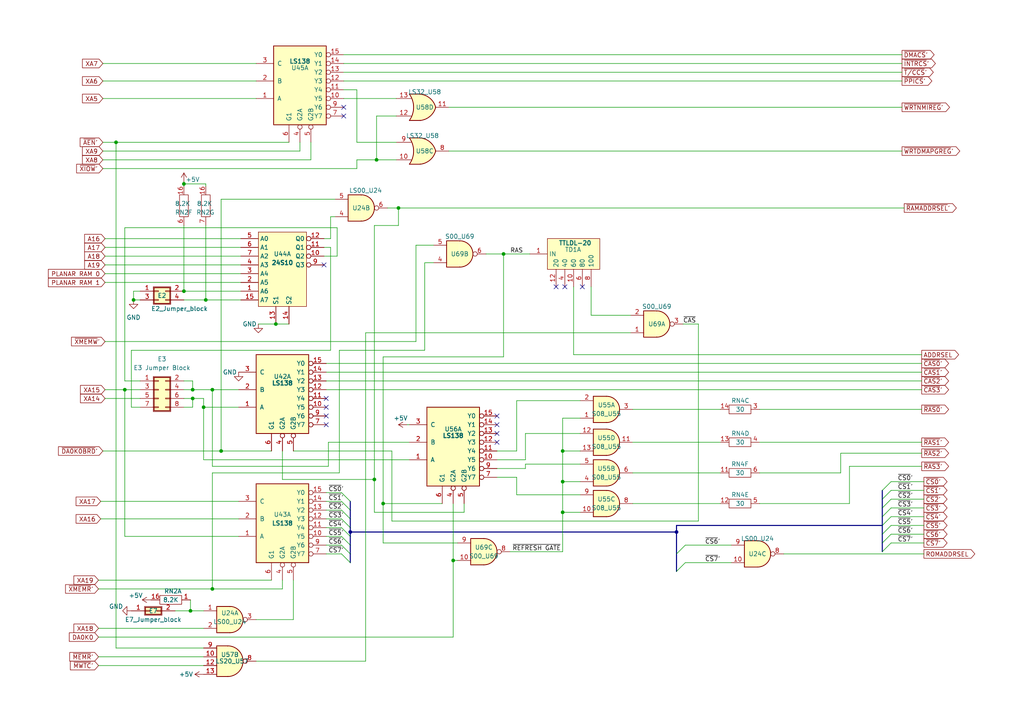
<source format=kicad_sch>
(kicad_sch (version 20230121) (generator eeschema)
  (paper "A4")
  (junction (at 178.435 -29.845))
  (junction (at 196.215 154.305))
  (junction (at 155.575 -57.785))
  (junction (at 113.665 -29.845))
  (junction (at 101.6 154.305))
  (junction (at 55.88 113.03))
  (junction (at 59.69 86.995))
  (junction (at 229.235 -29.845))
  (junction (at 163.195 148.59))
  (junction (at 113.665 -57.785))
  (junction (at 163.195 130.81))
  (junction (at 135.89 -29.845))
  (junction (at 36.195 113.03))
  (junction (at 59.055 118.11))
  (junction (at 155.575 -29.845))
  (junction (at 204.47 -57.785))
  (junction (at 115.57 60.325))
  (junction (at 178.435 -57.785))
  (junction (at 109.22 46.355))
  (junction (at 229.235 -57.785))
  (junction (at 89.535 -29.845))
  (junction (at 146.05 73.66))
  (junction (at 61.595 113.03))
  (junction (at 33.655 41.275))
  (junction (at 38.735 86.995))
  (junction (at 108.585 139.065))
  (junction (at 135.255 -57.785))
  (junction (at 53.34 84.455))
  (junction (at 53.34 53.34))
  (junction (at 204.47 -29.845))
  (junction (at 55.88 115.57))
  (junction (at 131.445 162.56))
  (junction (at 80.01 93.98))
  (junction (at 163.195 139.7))
  (junction (at 89.535 -57.785))
  (junction (at 111.125 146.05))
  (junction (at 61.595 170.815))
  (junction (at 64.135 130.81))
  (junction (at 55.245 177.165))
  (no_connect (at 185.42 -114.3))
  (no_connect (at -47.625 -113.665))
  (no_connect (at 137.795 -144.145))
  (no_connect (at 163.83 83.185))
  (no_connect (at 144.145 120.65))
  (no_connect (at 99.695 33.655))
  (no_connect (at -31.115 -94.615))
  (no_connect (at 94.615 123.19))
  (no_connect (at 94.615 118.11))
  (no_connect (at 99.695 31.115))
  (no_connect (at 144.145 123.19))
  (no_connect (at 94.615 120.65))
  (no_connect (at 185.42 -119.38))
  (no_connect (at 93.98 76.835))
  (no_connect (at 137.795 -155.575))
  (no_connect (at 149.86 -155.575))
  (no_connect (at 94.615 115.57))
  (no_connect (at 144.145 128.27))
  (no_connect (at 200.66 -116.84))
  (no_connect (at 144.145 125.73))
  (no_connect (at 168.91 83.185))
  (no_connect (at 161.29 83.185))
  (no_connect (at 149.86 -144.145))
  (no_connect (at -17.145 -95.25))
  (bus_entry (at 196.215 165.735) (size 2.54 -2.54))
  (bus_entry (at 255.905 154.94) (size 2.54 -2.54))
  (bus_entry (at 196.215 160.655) (size 2.54 -2.54))
  (bus_entry (at 99.06 150.495) (size 2.54 2.54))
  (bus_entry (at 255.905 160.02) (size 2.54 -2.54))
  (bus_entry (at 99.06 155.575) (size 2.54 2.54))
  (bus_entry (at 255.905 142.24) (size 2.54 -2.54))
  (bus_entry (at 99.06 147.955) (size 2.54 2.54))
  (bus_entry (at 255.905 152.4) (size 2.54 -2.54))
  (bus_entry (at 255.905 147.32) (size 2.54 -2.54))
  (bus_entry (at 99.06 160.655) (size 2.54 2.54))
  (bus_entry (at 99.06 153.035) (size 2.54 2.54))
  (bus_entry (at 255.905 144.78) (size 2.54 -2.54))
  (bus_entry (at 99.06 145.415) (size 2.54 2.54))
  (bus_entry (at 255.905 149.86) (size 2.54 -2.54))
  (bus_entry (at 99.06 142.875) (size 2.54 2.54))
  (bus_entry (at 99.06 158.115) (size 2.54 2.54))
  (bus_entry (at 255.905 157.48) (size 2.54 -2.54))
  (bus (pts (xy 101.6 150.495) (xy 101.6 153.035)))
  (wire (pts (xy 55.245 173.99) (xy 55.245 177.165)))
  (wire (pts (xy 198.12 93.98) (xy 202.565 93.98)))
  (wire (pts (xy 55.88 110.49) (xy 55.88 113.03)))
  (wire (pts (xy 30.48 79.375) (xy 69.85 79.375)))
  (wire (pts (xy 29.21 145.415) (xy 69.215 145.415)))
  (wire (pts (xy 113.665 -29.845) (xy 135.89 -29.845)))
  (wire (pts (xy 243.84 137.16) (xy 220.345 137.16)))
  (wire (pts (xy 261.62 23.495) (xy 99.695 23.495)))
  (wire (pts (xy 163.195 130.81) (xy 168.275 130.81)))
  (wire (pts (xy 29.845 46.355) (xy 90.17 46.355)))
  (wire (pts (xy 153.67 73.66) (xy 146.05 73.66)))
  (wire (pts (xy 33.655 187.96) (xy 59.055 187.96)))
  (wire (pts (xy 152.4 134.62) (xy 168.275 134.62)))
  (bus (pts (xy 196.215 152.4) (xy 196.215 154.305)))
  (wire (pts (xy 113.665 -36.195) (xy 113.665 -29.845)))
  (wire (pts (xy 111.125 146.05) (xy 111.125 157.48)))
  (wire (pts (xy 85.09 179.705) (xy 85.09 168.275)))
  (wire (pts (xy 98.425 101.6) (xy 123.19 101.6)))
  (wire (pts (xy 149.86 130.81) (xy 149.86 116.205)))
  (wire (pts (xy 89.535 -29.845) (xy 113.665 -29.845)))
  (bus (pts (xy 101.6 155.575) (xy 101.6 158.115)))
  (wire (pts (xy 120.65 71.12) (xy 125.73 71.12)))
  (wire (pts (xy 146.05 103.505) (xy 111.125 103.505)))
  (wire (pts (xy 53.34 118.11) (xy 55.88 118.11)))
  (wire (pts (xy 59.055 133.35) (xy 59.055 118.11)))
  (wire (pts (xy 38.1 118.11) (xy 40.64 118.11)))
  (wire (pts (xy 103.505 46.355) (xy 109.22 46.355)))
  (wire (pts (xy 111.125 103.505) (xy 111.125 146.05)))
  (wire (pts (xy 108.585 65.405) (xy 115.57 65.405)))
  (wire (pts (xy 220.345 128.27) (xy 267.335 128.27)))
  (wire (pts (xy 74.295 179.705) (xy 85.09 179.705)))
  (wire (pts (xy 120.65 71.12) (xy 120.65 99.06)))
  (wire (pts (xy 108.585 139.065) (xy 108.585 65.405)))
  (wire (pts (xy 152.4 125.73) (xy 168.275 125.73)))
  (wire (pts (xy 198.755 158.115) (xy 212.09 158.115)))
  (wire (pts (xy 30.48 113.03) (xy 36.195 113.03)))
  (wire (pts (xy 103.505 48.895) (xy 103.505 46.355)))
  (wire (pts (xy 267.97 160.655) (xy 227.33 160.655)))
  (wire (pts (xy 40.64 84.455) (xy 38.735 84.455)))
  (wire (pts (xy 93.98 69.215) (xy 95.885 69.215)))
  (wire (pts (xy 30.48 69.215) (xy 69.85 69.215)))
  (wire (pts (xy 59.055 133.35) (xy 118.745 133.35)))
  (wire (pts (xy 30.48 71.755) (xy 69.85 71.755)))
  (bus (pts (xy 196.215 160.655) (xy 196.215 165.735)))
  (wire (pts (xy 28.575 184.785) (xy 131.445 184.785)))
  (wire (pts (xy 166.37 83.185) (xy 166.37 102.87)))
  (wire (pts (xy 29.21 150.495) (xy 69.215 150.495)))
  (wire (pts (xy 28.575 182.245) (xy 59.055 182.245)))
  (wire (pts (xy 202.565 93.98) (xy 202.565 151.13)))
  (wire (pts (xy 99.695 28.575) (xy 114.935 28.575)))
  (wire (pts (xy 114.935 46.355) (xy 109.22 46.355)))
  (wire (pts (xy 64.135 130.81) (xy 78.74 130.81)))
  (wire (pts (xy 258.445 144.78) (xy 267.97 144.78)))
  (wire (pts (xy 94.615 158.115) (xy 99.06 158.115)))
  (wire (pts (xy 29.845 18.415) (xy 74.295 18.415)))
  (wire (pts (xy 144.145 135.89) (xy 152.4 135.89)))
  (wire (pts (xy 108.585 139.065) (xy 108.585 148.59)))
  (wire (pts (xy 61.595 170.815) (xy 61.595 137.16)))
  (wire (pts (xy 50.8 177.165) (xy 55.245 177.165)))
  (wire (pts (xy 53.34 86.995) (xy 59.69 86.995)))
  (wire (pts (xy 183.515 137.16) (xy 208.915 137.16)))
  (wire (pts (xy 55.88 113.03) (xy 61.595 113.03)))
  (wire (pts (xy 90.17 46.355) (xy 90.17 41.275)))
  (wire (pts (xy 261.62 20.955) (xy 99.695 20.955)))
  (wire (pts (xy 135.89 -29.845) (xy 155.575 -29.845)))
  (wire (pts (xy 30.48 74.295) (xy 69.85 74.295)))
  (wire (pts (xy 267.335 105.41) (xy 94.615 105.41)))
  (wire (pts (xy 74.93 93.98) (xy 80.01 93.98)))
  (wire (pts (xy 144.145 133.35) (xy 152.4 133.35)))
  (wire (pts (xy 111.125 146.05) (xy 128.27 146.05)))
  (wire (pts (xy 64.135 57.785) (xy 64.135 130.81)))
  (wire (pts (xy 258.445 157.48) (xy 267.97 157.48)))
  (wire (pts (xy 69.215 155.575) (xy 36.195 155.575)))
  (wire (pts (xy 29.845 43.815) (xy 86.995 43.815)))
  (wire (pts (xy 163.195 148.59) (xy 168.275 148.59)))
  (wire (pts (xy 115.57 60.325) (xy 112.395 60.325)))
  (wire (pts (xy 204.47 -57.785) (xy 229.235 -57.785)))
  (wire (pts (xy 59.055 118.11) (xy 69.215 118.11)))
  (wire (pts (xy 243.84 131.445) (xy 243.84 137.16)))
  (wire (pts (xy 61.595 170.815) (xy 28.575 170.815)))
  (wire (pts (xy 80.01 93.98) (xy 83.82 93.98)))
  (wire (pts (xy 123.19 76.2) (xy 125.73 76.2)))
  (wire (pts (xy 113.665 151.13) (xy 113.665 130.81)))
  (wire (pts (xy 258.445 149.86) (xy 267.97 149.86)))
  (wire (pts (xy 81.915 168.275) (xy 81.915 170.815)))
  (wire (pts (xy 109.22 33.655) (xy 114.935 33.655)))
  (wire (pts (xy 95.25 128.27) (xy 95.25 135.255)))
  (wire (pts (xy 28.575 168.275) (xy 78.74 168.275)))
  (wire (pts (xy 152.4 135.89) (xy 152.4 134.62)))
  (wire (pts (xy 94.615 155.575) (xy 99.06 155.575)))
  (wire (pts (xy 144.145 138.43) (xy 149.86 138.43)))
  (wire (pts (xy 95.885 62.865) (xy 97.155 62.865)))
  (wire (pts (xy 267.335 118.745) (xy 220.345 118.745)))
  (wire (pts (xy 53.34 53.34) (xy 59.69 53.34)))
  (wire (pts (xy 29.845 28.575) (xy 74.295 28.575)))
  (wire (pts (xy 36.195 113.03) (xy 40.64 113.03)))
  (wire (pts (xy 155.575 -29.845) (xy 178.435 -29.845)))
  (bus (pts (xy 255.905 157.48) (xy 255.905 160.02)))
  (wire (pts (xy 36.195 155.575) (xy 36.195 113.03)))
  (wire (pts (xy 36.195 110.49) (xy 36.195 66.04)))
  (bus (pts (xy 255.905 149.86) (xy 255.905 152.4)))
  (wire (pts (xy 204.47 -29.845) (xy 229.235 -29.845)))
  (wire (pts (xy 53.34 113.03) (xy 55.88 113.03)))
  (wire (pts (xy 163.195 121.285) (xy 163.195 130.81)))
  (wire (pts (xy 146.05 73.66) (xy 140.97 73.66)))
  (wire (pts (xy 261.62 18.415) (xy 99.695 18.415)))
  (wire (pts (xy 146.05 73.66) (xy 146.05 103.505)))
  (wire (pts (xy 36.195 66.04) (xy 97.79 66.04)))
  (wire (pts (xy 97.79 66.04) (xy 97.79 74.295)))
  (wire (pts (xy 198.755 163.195) (xy 212.09 163.195)))
  (wire (pts (xy 38.735 86.995) (xy 40.64 86.995)))
  (wire (pts (xy 30.48 115.57) (xy 40.64 115.57)))
  (wire (pts (xy 252.095 -29.845) (xy 252.095 -32.385)))
  (wire (pts (xy 163.195 139.7) (xy 163.195 148.59)))
  (wire (pts (xy 61.595 113.03) (xy 69.215 113.03)))
  (bus (pts (xy 255.905 154.94) (xy 255.905 157.48)))
  (wire (pts (xy 53.34 110.49) (xy 55.88 110.49)))
  (bus (pts (xy 255.905 147.32) (xy 255.905 149.86)))
  (wire (pts (xy 94.615 160.655) (xy 99.06 160.655)))
  (wire (pts (xy 81.915 170.815) (xy 61.595 170.815)))
  (wire (pts (xy 115.57 65.405) (xy 115.57 60.325)))
  (wire (pts (xy 258.445 152.4) (xy 267.97 152.4)))
  (wire (pts (xy 94.615 153.035) (xy 99.06 153.035)))
  (wire (pts (xy 183.515 146.05) (xy 208.915 146.05)))
  (wire (pts (xy 40.64 110.49) (xy 36.195 110.49)))
  (wire (pts (xy 132.715 157.48) (xy 111.125 157.48)))
  (wire (pts (xy 94.615 142.875) (xy 99.06 142.875)))
  (bus (pts (xy 101.6 154.305) (xy 101.6 155.575)))
  (bus (pts (xy 196.215 152.4) (xy 255.905 152.4)))
  (wire (pts (xy 246.38 135.255) (xy 246.38 146.05)))
  (wire (pts (xy 261.62 31.115) (xy 130.175 31.115)))
  (bus (pts (xy 101.6 147.955) (xy 101.6 150.495)))
  (wire (pts (xy 94.615 150.495) (xy 99.06 150.495)))
  (wire (pts (xy 178.435 -29.845) (xy 204.47 -29.845)))
  (wire (pts (xy 109.22 46.355) (xy 109.22 33.655)))
  (wire (pts (xy 149.86 143.51) (xy 168.275 143.51)))
  (wire (pts (xy 53.34 84.455) (xy 53.34 65.405)))
  (wire (pts (xy 149.86 138.43) (xy 149.86 143.51)))
  (bus (pts (xy 255.905 142.24) (xy 255.905 144.78)))
  (wire (pts (xy 135.255 -36.195) (xy 135.89 -36.195)))
  (wire (pts (xy 134.62 148.59) (xy 134.62 146.05)))
  (wire (pts (xy 118.745 128.27) (xy 95.25 128.27)))
  (wire (pts (xy 182.88 96.52) (xy 106.045 96.52)))
  (wire (pts (xy 229.235 -31.115) (xy 229.235 -29.845)))
  (wire (pts (xy 30.48 99.06) (xy 120.65 99.06)))
  (wire (pts (xy 53.34 53.34) (xy 53.34 53.975)))
  (wire (pts (xy 64.77 -29.845) (xy 89.535 -29.845)))
  (wire (pts (xy 61.595 137.16) (xy 98.425 137.16)))
  (wire (pts (xy 178.435 -38.735) (xy 178.435 -29.845)))
  (wire (pts (xy 267.335 110.49) (xy 94.615 110.49)))
  (wire (pts (xy 29.845 23.495) (xy 74.295 23.495)))
  (wire (pts (xy 131.445 146.05) (xy 131.445 162.56)))
  (wire (pts (xy 33.655 41.275) (xy 83.82 41.275)))
  (bus (pts (xy 196.215 154.305) (xy 196.215 160.655)))
  (wire (pts (xy 258.445 147.32) (xy 267.97 147.32)))
  (wire (pts (xy 33.655 41.275) (xy 33.655 187.96)))
  (wire (pts (xy 171.45 83.185) (xy 171.45 91.44)))
  (wire (pts (xy 97.79 74.295) (xy 93.98 74.295)))
  (wire (pts (xy 97.155 57.785) (xy 64.135 57.785)))
  (bus (pts (xy 255.905 144.78) (xy 255.905 147.32)))
  (wire (pts (xy 106.045 96.52) (xy 106.045 191.77)))
  (wire (pts (xy 55.88 118.11) (xy 55.88 115.57)))
  (bus (pts (xy 101.6 160.655) (xy 101.6 163.195)))
  (wire (pts (xy 118.745 123.19) (xy 118.11 123.19)))
  (wire (pts (xy 258.445 139.7) (xy 267.97 139.7)))
  (wire (pts (xy 59.69 86.995) (xy 59.69 65.405)))
  (wire (pts (xy 53.34 52.705) (xy 53.34 53.34)))
  (wire (pts (xy 98.425 137.16) (xy 98.425 101.6)))
  (wire (pts (xy 103.505 41.275) (xy 114.935 41.275)))
  (bus (pts (xy 255.905 152.4) (xy 255.905 154.94)))
  (wire (pts (xy 30.48 76.835) (xy 69.85 76.835)))
  (wire (pts (xy 202.565 151.13) (xy 113.665 151.13)))
  (wire (pts (xy 135.89 -36.195) (xy 135.89 -29.845)))
  (wire (pts (xy 108.585 148.59) (xy 134.62 148.59)))
  (wire (pts (xy 166.37 102.87) (xy 267.335 102.87)))
  (wire (pts (xy 59.69 53.975) (xy 59.69 53.34)))
  (wire (pts (xy 95.885 69.215) (xy 95.885 62.865)))
  (wire (pts (xy 152.4 133.35) (xy 152.4 125.73)))
  (wire (pts (xy 53.34 115.57) (xy 55.88 115.57)))
  (wire (pts (xy 30.48 81.915) (xy 69.85 81.915)))
  (wire (pts (xy 28.575 190.5) (xy 59.055 190.5)))
  (wire (pts (xy 38.735 84.455) (xy 38.735 86.995)))
  (wire (pts (xy 106.045 191.77) (xy 74.295 191.77)))
  (wire (pts (xy 94.615 145.415) (xy 99.06 145.415)))
  (wire (pts (xy 246.38 146.05) (xy 220.345 146.05)))
  (wire (pts (xy 59.055 115.57) (xy 59.055 118.11)))
  (wire (pts (xy 103.505 26.035) (xy 103.505 41.275)))
  (wire (pts (xy 267.335 135.255) (xy 246.38 135.255)))
  (wire (pts (xy 86.995 43.815) (xy 86.995 41.275)))
  (bus (pts (xy 101.6 153.035) (xy 101.6 154.305)))
  (wire (pts (xy 183.515 128.27) (xy 208.915 128.27)))
  (wire (pts (xy 229.235 -29.845) (xy 252.095 -29.845)))
  (wire (pts (xy 135.255 -57.785) (xy 155.575 -57.785)))
  (wire (pts (xy 131.445 162.56) (xy 131.445 184.785)))
  (wire (pts (xy 55.88 115.57) (xy 59.055 115.57)))
  (wire (pts (xy 131.445 162.56) (xy 132.715 162.56)))
  (bus (pts (xy 101.6 158.115) (xy 101.6 160.655)))
  (wire (pts (xy 267.335 113.03) (xy 94.615 113.03)))
  (wire (pts (xy 53.34 84.455) (xy 69.85 84.455)))
  (wire (pts (xy 81.915 139.065) (xy 108.585 139.065)))
  (wire (pts (xy 64.77 -57.785) (xy 89.535 -57.785)))
  (wire (pts (xy 178.435 -57.785) (xy 204.47 -57.785)))
  (wire (pts (xy 267.335 107.95) (xy 94.615 107.95)))
  (wire (pts (xy 29.845 130.81) (xy 64.135 130.81)))
  (wire (pts (xy 262.255 60.325) (xy 115.57 60.325)))
  (wire (pts (xy 59.69 86.995) (xy 69.85 86.995)))
  (wire (pts (xy 123.19 101.6) (xy 123.19 76.2)))
  (wire (pts (xy 144.145 130.81) (xy 149.86 130.81)))
  (bus (pts (xy 101.6 154.305) (xy 196.215 154.305)))
  (wire (pts (xy 95.25 135.255) (xy 61.595 135.255)))
  (wire (pts (xy 29.845 48.895) (xy 103.505 48.895)))
  (wire (pts (xy 93.98 71.755) (xy 95.885 71.755)))
  (wire (pts (xy 149.86 116.205) (xy 168.275 116.205)))
  (wire (pts (xy 95.885 101.6) (xy 38.1 101.6)))
  (wire (pts (xy 29.845 41.275) (xy 33.655 41.275)))
  (wire (pts (xy 38.1 101.6) (xy 38.1 118.11)))
  (wire (pts (xy 204.47 -29.845) (xy 204.47 -32.385)))
  (wire (pts (xy 229.235 -57.785) (xy 252.095 -57.785)))
  (wire (pts (xy 147.955 160.02) (xy 163.195 160.02)))
  (wire (pts (xy 28.575 193.04) (xy 59.055 193.04)))
  (wire (pts (xy 81.915 130.81) (xy 81.915 139.065)))
  (wire (pts (xy 168.275 121.285) (xy 163.195 121.285)))
  (wire (pts (xy 155.575 -36.195) (xy 155.575 -29.845)))
  (wire (pts (xy 89.535 -36.195) (xy 89.535 -29.845)))
  (wire (pts (xy 267.335 131.445) (xy 243.84 131.445)))
  (wire (pts (xy 113.665 130.81) (xy 85.09 130.81)))
  (wire (pts (xy 183.515 118.745) (xy 208.915 118.745)))
  (wire (pts (xy 89.535 -57.785) (xy 113.665 -57.785)))
  (wire (pts (xy 261.62 43.815) (xy 130.175 43.815)))
  (wire (pts (xy 64.77 -29.845) (xy 64.77 -32.385)))
  (wire (pts (xy 95.885 71.755) (xy 95.885 101.6)))
  (wire (pts (xy 94.615 147.955) (xy 99.06 147.955)))
  (wire (pts (xy 258.445 154.94) (xy 267.97 154.94)))
  (wire (pts (xy 55.245 177.165) (xy 59.055 177.165)))
  (wire (pts (xy 113.665 -57.785) (xy 135.255 -57.785)))
  (wire (pts (xy 163.195 139.7) (xy 168.275 139.7)))
  (bus (pts (xy 101.6 145.415) (xy 101.6 147.955)))
  (wire (pts (xy 163.195 148.59) (xy 163.195 160.02)))
  (wire (pts (xy 61.595 135.255) (xy 61.595 113.03)))
  (wire (pts (xy 163.195 130.81) (xy 163.195 139.7)))
  (wire (pts (xy 155.575 -57.785) (xy 178.435 -57.785)))
  (wire (pts (xy 99.695 26.035) (xy 103.505 26.035)))
  (wire (pts (xy 171.45 91.44) (xy 182.88 91.44)))
  (wire (pts (xy 258.445 142.24) (xy 267.97 142.24)))
  (wire (pts (xy 261.62 15.875) (xy 99.695 15.875)))
  (label "~{CS1}'" (at 95.25 145.415 0))
  (label "~{CS1}'" (at 260.35 142.24 0))
  (label "~{CS5}'" (at 95.25 155.575 0))
  (label "~{CAS}" (at 198.12 93.98 0))
  (label "RAS" (at 147.955 73.66 0))
  (label "~{CS4}'" (at 260.35 149.86 0))
  (label "~{CS7}'" (at 204.47 163.195 0))
  (label "~{CS7}'" (at 95.25 160.655 0))
  (label "~{CS5}'" (at 260.35 152.4 0))
  (label "~{CS0}'" (at 95.25 142.875 0))
  (label "~{CS4}'" (at 95.25 153.035 0))
  (label "~{CS0}'" (at 260.35 139.7 0))
  (label "~{CS3}'" (at 95.25 150.495 0))
  (label "~{CS6}'" (at 204.47 158.115 0))
  (label "~{CS3}'" (at 260.35 147.32 0))
  (label "~{REFRESH GATE}" (at 148.59 160.02 0))
  (label "~{CS6}'" (at 95.25 158.115 0))
  (label "~{CS6}'" (at 260.35 154.94 0))
  (label "~{CS2}'" (at 95.25 147.955 0))
  (label "~{CS2}'" (at 260.35 144.78 0))
  (label "~{CS7}'" (at 260.35 157.48 0))
  (global_label "~{CS5}'" (shape output) (at 267.97 152.4 0) (property "Intersheetrefs" "${INTERSHEET_REFS}" (effects hide)))
  (global_label "~{CAS0}'" (shape output) (at 267.335 105.41 0) (property "Intersheetrefs" "${INTERSHEET_REFS}" (effects hide)))
  (global_label "XA7" (shape input) (at 29.845 18.415 180) (property "Intersheetrefs" "${INTERSHEET_REFS}" (effects hide)))
  (global_label "~{CS1}'" (shape output) (at 267.97 142.24 0) (property "Intersheetrefs" "${INTERSHEET_REFS}" (effects hide)))
  (global_label "~{XMEMR}'" (shape input) (at 28.575 170.815 180) (property "Intersheetrefs" "${INTERSHEET_REFS}" (effects hide)))
  (global_label "XA8" (shape input) (at 29.845 46.355 180) (property "Intersheetrefs" "${INTERSHEET_REFS}" (effects hide)))
  (global_label "~{CS2}'" (shape output) (at 267.97 144.78 0) (property "Intersheetrefs" "${INTERSHEET_REFS}" (effects hide)))
  (global_label "~{CS4}'" (shape output) (at 267.97 149.86 0) (property "Intersheetrefs" "${INTERSHEET_REFS}" (effects hide)))
  (global_label "A17" (shape input) (at 30.48 71.755 180) (property "Intersheetrefs" "${INTERSHEET_REFS}" (effects hide)))
  (global_label "A18" (shape input) (at 30.48 74.295 180) (property "Intersheetrefs" "${INTERSHEET_REFS}" (effects hide)))
  (global_label "~{DA0K0BRD}'" (shape input) (at 29.845 130.81 180) (property "Intersheetrefs" "${INTERSHEET_REFS}" (effects hide)))
  (global_label "PLANAR RAM 0" (shape input) (at 30.48 79.375 180) (property "Intersheetrefs" "${INTERSHEET_REFS}" (effects hide)))
  (global_label "~{RAMADDRSEL}'" (shape output) (at 262.255 60.325 0) (property "Intersheetrefs" "${INTERSHEET_REFS}" (effects hide)))
  (global_label "~{PPICS}'" (shape output) (at 261.62 23.495 0) (property "Intersheetrefs" "${INTERSHEET_REFS}" (effects hide)))
  (global_label "XA19" (shape input) (at 28.575 168.275 180) (property "Intersheetrefs" "${INTERSHEET_REFS}" (effects hide)))
  (global_label "~{XMEMW}'" (shape input) (at 30.48 99.06 180) (property "Intersheetrefs" "${INTERSHEET_REFS}" (effects hide)))
  (global_label "A19" (shape input) (at 30.48 76.835 180) (property "Intersheetrefs" "${INTERSHEET_REFS}" (effects hide)))
  (global_label "XA5" (shape input) (at 29.845 28.575 180) (property "Intersheetrefs" "${INTERSHEET_REFS}" (effects hide)))
  (global_label "~{XIOW}'" (shape input) (at 29.845 48.895 180) (property "Intersheetrefs" "${INTERSHEET_REFS}" (effects hide)))
  (global_label "~{RAS2}'" (shape output) (at 267.335 131.445 0) (property "Intersheetrefs" "${INTERSHEET_REFS}" (effects hide)))
  (global_label "~{RAS0}'" (shape output) (at 267.335 118.745 0) (property "Intersheetrefs" "${INTERSHEET_REFS}" (effects hide)))
  (global_label "~{WRTDMAPGREG}'" (shape output) (at 261.62 43.815 0) (property "Intersheetrefs" "${INTERSHEET_REFS}" (effects hide)))
  (global_label "~{CS3}'" (shape output) (at 267.97 147.32 0) (property "Intersheetrefs" "${INTERSHEET_REFS}" (effects hide)))
  (global_label "~{DMACS}'" (shape output) (at 261.62 15.875 0) (property "Intersheetrefs" "${INTERSHEET_REFS}" (effects hide)))
  (global_label "~{CAS3}'" (shape output) (at 267.335 113.03 0) (property "Intersheetrefs" "${INTERSHEET_REFS}" (effects hide)))
  (global_label "~{CS0}'" (shape output) (at 267.97 139.7 0) (property "Intersheetrefs" "${INTERSHEET_REFS}" (effects hide)))
  (global_label "~{MWTC}'" (shape input) (at 28.575 193.04 180) (property "Intersheetrefs" "${INTERSHEET_REFS}" (effects hide)))
  (global_label "PLANAR RAM 1" (shape input) (at 30.48 81.915 180) (property "Intersheetrefs" "${INTERSHEET_REFS}" (effects hide)))
  (global_label "~{MEMR}'" (shape input) (at 28.575 190.5 180) (property "Intersheetrefs" "${INTERSHEET_REFS}" (effects hide)))
  (global_label "~{CAS2}'" (shape output) (at 267.335 110.49 0) (property "Intersheetrefs" "${INTERSHEET_REFS}" (effects hide)))
  (global_label "XA14" (shape input) (at 30.48 115.57 180) (property "Intersheetrefs" "${INTERSHEET_REFS}" (effects hide)))
  (global_label "A16" (shape input) (at 30.48 69.215 180) (property "Intersheetrefs" "${INTERSHEET_REFS}" (effects hide)))
  (global_label "~{CS6}'" (shape output) (at 267.97 154.94 0) (property "Intersheetrefs" "${INTERSHEET_REFS}" (effects hide)))
  (global_label "XA6" (shape input) (at 29.845 23.495 180) (property "Intersheetrefs" "${INTERSHEET_REFS}" (effects hide)))
  (global_label "ADDRSEL" (shape output) (at 267.335 102.87 0) (property "Intersheetrefs" "${INTERSHEET_REFS}" (effects hide)))
  (global_label "~{WRTNMIREG}'" (shape output) (at 261.62 31.115 0) (property "Intersheetrefs" "${INTERSHEET_REFS}" (effects hide)))
  (global_label "~{CAS1}'" (shape output) (at 267.335 107.95 0) (property "Intersheetrefs" "${INTERSHEET_REFS}" (effects hide)))
  (global_label "XA18" (shape input) (at 28.575 182.245 180) (property "Intersheetrefs" "${INTERSHEET_REFS}" (effects hide)))
  (global_label "~{T{slash}CCS}'" (shape output) (at 261.62 20.955 0) (property "Intersheetrefs" "${INTERSHEET_REFS}" (effects hide)))
  (global_label "XA15" (shape input) (at 30.48 113.03 180) (property "Intersheetrefs" "${INTERSHEET_REFS}" (effects hide)))
  (global_label "~{CS7}'" (shape output) (at 267.97 157.48 0) (property "Intersheetrefs" "${INTERSHEET_REFS}" (effects hide)))
  (global_label "~{RAS3}'" (shape output) (at 267.335 135.255 0) (property "Intersheetrefs" "${INTERSHEET_REFS}" (effects hide)))
  (global_label "XA9" (shape input) (at 29.845 43.815 180) (property "Intersheetrefs" "${INTERSHEET_REFS}" (effects hide)))
  (global_label "ROMADDRSEL" (shape output) (at 267.97 160.655 0) (property "Intersheetrefs" "${INTERSHEET_REFS}" (effects hide)))
  (global_label "DA0K0" (shape input) (at 28.575 184.785 180) (property "Intersheetrefs" "${INTERSHEET_REFS}" (effects hide)))
  (global_label "~{INTRCS}'" (shape output) (at 261.62 18.415 0) (property "Intersheetrefs" "${INTERSHEET_REFS}" (effects hide)))
  (global_label "~{AEN}'" (shape input) (at 29.845 41.275 180) (property "Intersheetrefs" "${INTERSHEET_REFS}" (effects hide)))
  (global_label "XA16" (shape input) (at 29.21 150.495 180) (property "Intersheetrefs" "${INTERSHEET_REFS}" (effects hide)))
  (global_label "XA17" (shape input) (at 29.21 145.415 180) (property "Intersheetrefs" "${INTERSHEET_REFS}" (effects hide)))
  (global_label "~{RAS1}'" (shape output) (at 267.335 128.27 0) (property "Intersheetrefs" "${INTERSHEET_REFS}" (effects hide)))
  (symbol (lib_id "Mad5150_early:LS32_U58") (at 122.555 43.815 0) (unit 3)
    (property "Reference" "U58" (at 123.19 43.815 0))
    (property "Value" "LS32_U58" (at 122.555 39.37 0))
    (property "Footprint" "Package_DIP:DIP-14_W7.62mm" (effects hide))
    (property "Datasheet" "http://www.ti.com/lit/gpn/sn74LS32" (effects hide))
  )
  (symbol (lib_id "Mad5150_early:E3 Jumper Block") (at 45.72 113.03 0) (unit 1)
    (property "Reference" "E3" (at 46.99 104.14 0))
    (property "Value" "E3 Jumper Block" (at 46.99 106.68 0))
    (property "Footprint" "Connector_PinHeader_2.54mm:PinHeader_2x04_P2.54mm_Vertical" (effects hide))
  )
  (symbol (lib_id "Mad5150_early:S00_U69") (at 140.335 160.02 0) (unit 3)
    (property "Reference" "U69" (at 140.335 158.75 0))
    (property "Value" "S00_U69" (at 140.335 161.29 0))
    (property "Footprint" "Package_DIP:DIP-14_W7.62mm" (effects hide))
    (property "Datasheet" "http://www.ti.com/lit/gpn/sn74ls00" (effects hide))
  )
  (symbol (lib_id "Mad5150_early:RN4") (at 214.63 146.05 270) (unit 5)
    (property "Reference" "RN4" (at 212.09 143.51 90) (effects (justify left)))
    (property "Value" "30" (at 213.36 146.05 90) (effects (justify left)))
    (property "Footprint" "Package_DIP:DIP-16_W7.62mm" (effects hide))
  )
  (symbol (lib_id "Mad5150_early:LS32_U58") (at 204.47 -45.085 0) (unit 5)
    (property "Reference" "U58" (at 210.82 -46.355 0) (effects (justify left)))
    (property "Value" "LS32_U58" (at 210.82 -43.815 0) (effects (justify left)))
    (property "Footprint" "Package_DIP:DIP-14_W7.62mm" (effects hide))
    (property "Datasheet" "http://www.ti.com/lit/gpn/sn74LS32" (effects hide))
  )
  (symbol (lib_id "power:+5V") (at 155.575 -57.785 0) (unit 1)
    (property "Reference" "#PWR042" (effects hide))
    (property "Value" "+5V" (at 157.48 -60.96 0))
  )
  (symbol (lib_id "Mad5150_early:S00_U69") (at 133.35 73.66 0) (mirror x) (unit 2)
    (property "Reference" "U69" (at 133.35 73.66 0))
    (property "Value" "S00_U69" (at 133.35 68.58 0))
    (property "Footprint" "Package_DIP:DIP-14_W7.62mm" (effects hide))
    (property "Datasheet" "http://www.ti.com/lit/gpn/sn74ls00" (effects hide))
  )
  (symbol (lib_id "power:GND") (at 38.735 86.995 0) (unit 1)
    (property "Reference" "#PWR030" (effects hide))
    (property "Value" "GND" (at 38.735 92.075 0))
  )
  (symbol (lib_id "Mad5150_early:24S10_U44") (at 229.235 -44.45 0) (unit 2)
    (property "Reference" "U44" (at 233.68 -45.72 0) (effects (justify left)))
    (property "Value" "24S10" (at 233.68 -43.18 0) (effects (font bold) (justify left)))
    (property "Footprint" "Package_DIP:DIP-16_W7.62mm" (effects hide))
  )
  (symbol (lib_id "Mad5150_early:LS138_U43") (at 81.915 150.495 0) (unit 1)
    (property "Reference" "U43" (at 81.915 149.225 0))
    (property "Value" "LS138" (at 81.915 151.765 0) (effects (font bold)))
    (property "Footprint" "Package_DIP:DIP-16_W7.62mm" (effects hide))
    (property "Datasheet" "http://www.ti.com/lit/gpn/sn74LS138" (effects hide))
  )
  (symbol (lib_id "Mad5150_early:LS00_U24") (at 66.675 179.705 0) (unit 1)
    (property "Reference" "U24" (at 66.675 177.8 0))
    (property "Value" "LS00_U24" (at 66.675 180.34 0))
    (property "Footprint" "Package_DIP:DIP-14_W7.62mm" (effects hide))
    (property "Datasheet" "http://www.ti.com/lit/gpn/sn74ls00" (effects hide))
  )
  (symbol (lib_id "Mad5150_early:RN2") (at 53.34 59.69 180) (unit 6)
    (property "Reference" "RN2" (at 55.88 61.595 0) (effects (justify left)))
    (property "Value" "8.2K" (at 55.245 59.055 0) (effects (justify left)))
    (property "Footprint" "Package_DIP:DIP-16_W7.62mm" (effects hide))
  )
  (symbol (lib_id "Mad5150_early:S08_U55") (at 252.095 -45.085 0) (unit 5)
    (property "Reference" "U55" (at 259.08 -46.355 0) (effects (justify left)))
    (property "Value" "S08_U55" (at 259.08 -43.815 0) (effects (justify left)))
    (property "Footprint" "Package_DIP:DIP-14_W7.62mm" (effects hide))
  )
  (symbol (lib_id "Mad5150_early:RN4") (at 214.63 137.16 270) (unit 6)
    (property "Reference" "RN4" (at 214.63 134.62 90))
    (property "Value" "30" (at 214.63 137.16 90))
    (property "Footprint" "Package_DIP:DIP-16_W7.62mm" (effects hide))
  )
  (symbol (lib_id "Mad5150_early:LS00_U24") (at 219.71 160.655 0) (unit 3)
    (property "Reference" "U24" (at 219.71 160.655 0))
    (property "Value" "LS00_U24" (at 219.7017 156.21 0))
    (property "Footprint" "Package_DIP:DIP-14_W7.62mm" (effects hide))
    (property "Datasheet" "http://www.ti.com/lit/gpn/sn74ls00" (effects hide))
  )
  (symbol (lib_id "power:GND") (at 38.1 177.165 270) (unit 1)
    (property "Reference" "#PWR038" (effects hide))
    (property "Value" "GND" (at 33.655 175.895 90))
  )
  (symbol (lib_id "power:+5V") (at 43.815 173.99 90) (unit 1)
    (property "Reference" "#PWR039" (effects hide))
    (property "Value" "+5V" (at 39.37 172.72 90))
  )
  (symbol (lib_id "Mad5150_early:LS138_U42") (at 81.915 113.03 0) (unit 1)
    (property "Reference" "U42" (at 81.915 109.22 0))
    (property "Value" "LS138" (at 81.915 111.125 0) (effects (font bold)))
    (property "Footprint" "Package_DIP:DIP-16_W7.62mm" (effects hide))
    (property "Datasheet" "http://www.ti.com/lit/gpn/sn74LS138" (effects hide))
  )
  (symbol (lib_id "Mad5150_early:S00_U69") (at 190.5 93.98 0) (mirror x) (unit 1)
    (property "Reference" "U69" (at 190.5 93.98 0))
    (property "Value" "S00_U69" (at 190.5 88.9 0))
    (property "Footprint" "Package_DIP:DIP-14_W7.62mm" (effects hide))
    (property "Datasheet" "http://www.ti.com/lit/gpn/sn74ls00" (effects hide))
  )
  (symbol (lib_id "power:GND") (at 69.215 107.95 0) (unit 1)
    (property "Reference" "#PWR036" (effects hide))
    (property "Value" "GND" (at 66.675 107.95 0))
  )
  (symbol (lib_id "power:+5V") (at 59.055 195.58 90) (unit 1)
    (property "Reference" "#PWR040" (effects hide))
    (property "Value" "+5V" (at 53.975 195.58 90))
  )
  (symbol (lib_id "Mad5150_early:S08_U55") (at 175.895 146.05 0) (unit 3)
    (property "Reference" "U55" (at 175.895 144.78 0))
    (property "Value" "S08_U55" (at 175.895 147.32 0))
    (property "Footprint" "Package_DIP:DIP-14_W7.62mm" (effects hide))
  )
  (symbol (lib_id "power:GND") (at 155.575 -29.845 0) (unit 1)
    (property "Reference" "#PWR041" (effects hide))
    (property "Value" "GND" (at 151.765 -27.94 0))
  )
  (symbol (lib_id "Mad5150_early:LS138_U45") (at 86.995 23.495 0) (unit 1)
    (property "Reference" "U45" (at 86.995 19.685 0))
    (property "Value" "LS138" (at 86.995 17.78 0) (effects (font bold)))
    (property "Footprint" "Package_DIP:DIP-16_W7.62mm" (effects hide))
    (property "Datasheet" "http://www.ti.com/lit/gpn/sn74LS138" (effects hide))
  )
  (symbol (lib_id "Mad5150_early:RN4") (at 137.795 -149.86 0) (unit 7)
    (property "Reference" "RN4" (at 139.7 -151.13 0) (effects (justify left)))
    (property "Value" "30" (at 139.7 -148.59 0) (effects (justify left)))
    (property "Footprint" "Package_DIP:DIP-16_W7.62mm" (effects hide))
  )
  (symbol (lib_id "power:+5V") (at 53.34 52.705 0) (unit 1)
    (property "Reference" "#PWR029" (effects hide))
    (property "Value" "+5V" (at 55.88 52.07 0))
  )
  (symbol (lib_id "Mad5150_early:S08_U55") (at 175.895 137.16 0) (mirror x) (unit 2)
    (property "Reference" "U55" (at 175.895 135.89 0))
    (property "Value" "S08_U55" (at 175.8867 138.43 0))
    (property "Footprint" "Package_DIP:DIP-14_W7.62mm" (effects hide))
  )
  (symbol (lib_id "Mad5150_early:TTLDL-20") (at 166.37 73.66 0) (unit 1)
    (property "Reference" "TD1" (at 163.83 72.39 0) (effects (justify left)))
    (property "Value" "TTLDL-20" (at 161.925 70.485 0) (effects (font bold) (justify left)))
    (property "Footprint" "Package_DIP:DIP-14_W7.62mm" (effects hide))
  )
  (symbol (lib_id "Mad5150_early:RN2") (at -31.115 -88.9 0) (unit 14)
    (property "Reference" "RN2" (at -29.21 -90.17 0) (effects (justify left)))
    (property "Value" "8.2K" (at -29.21 -87.63 0) (effects (justify left)))
    (property "Footprint" "Package_DIP:DIP-16_W7.62mm" (effects hide))
  )
  (symbol (lib_id "Mad5150_early:LS138_U43") (at 89.535 -46.99 0) (unit 2)
    (property "Reference" "U43" (at 92.71 -48.26 0) (effects (justify left)))
    (property "Value" "LS138" (at 92.71 -45.72 0) (effects (font bold) (justify left)))
    (property "Footprint" "Package_DIP:DIP-16_W7.62mm" (effects hide))
    (property "Datasheet" "http://www.ti.com/lit/gpn/sn74LS138" (effects hide))
  )
  (symbol (lib_id "Mad5150_early:S08_U55") (at 175.895 118.745 0) (unit 1)
    (property "Reference" "U55" (at 175.895 117.475 0))
    (property "Value" "S08_U55" (at 175.895 120.015 0))
    (property "Footprint" "Package_DIP:DIP-14_W7.62mm" (effects hide))
  )
  (symbol (lib_id "Mad5150_early:S138_U56") (at 131.445 128.27 0) (unit 1)
    (property "Reference" "U56" (at 131.445 124.46 0))
    (property "Value" "LS138" (at 131.445 126.365 0) (effects (font bold)))
    (property "Footprint" "Package_DIP:DIP-16_W7.62mm" (effects hide))
    (property "Datasheet" "http://www.ti.com/lit/gpn/sn74LS138" (effects hide))
  )
  (symbol (lib_id "power:+5V") (at -47.625 -102.235 180) (unit 1)
    (property "Reference" "#PWR0250" (effects hide))
    (property "Value" "+5V" (at -47.625 -98.425 0))
  )
  (symbol (lib_id "Mad5150_early:LS138_U45") (at 155.575 -46.99 0) (unit 2)
    (property "Reference" "U45" (at 158.75 -48.26 0) (effects (justify left)))
    (property "Value" "LS138" (at 158.75 -45.72 0) (effects (font bold) (justify left)))
    (property "Footprint" "Package_DIP:DIP-16_W7.62mm" (effects hide))
    (property "Datasheet" "http://www.ti.com/lit/gpn/sn74LS138" (effects hide))
  )
  (symbol (lib_id "Mad5150_early:RN2") (at -17.145 -89.535 0) (unit 15)
    (property "Reference" "RN2" (at -15.24 -90.805 0) (effects (justify left)))
    (property "Value" "8.2K" (at -15.24 -88.265 0) (effects (justify left)))
    (property "Footprint" "Package_DIP:DIP-16_W7.62mm" (effects hide))
  )
  (symbol (lib_id "power:+5V") (at -31.115 -83.185 180) (unit 1)
    (property "Reference" "#PWR0251" (effects hide))
    (property "Value" "+5V" (at -31.115 -79.375 0))
  )
  (symbol (lib_id "power:+5V") (at 118.11 123.19 90) (unit 1)
    (property "Reference" "#PWR037" (effects hide))
    (property "Value" "+5V" (at 116.205 121.285 90))
  )
  (symbol (lib_id "Mad5150_early:TTLDL-20") (at 178.435 -48.26 0) (unit 2)
    (property "Reference" "TD1" (at 181.61 -49.53 0) (effects (justify left)))
    (property "Value" "TTLDL-20" (at 181.61 -46.99 0) (effects (font bold) (justify left)))
    (property "Footprint" "Package_DIP:DIP-14_W7.62mm" (effects hide))
  )
  (symbol (lib_id "Mad5150_early:RN4") (at 149.86 -149.86 0) (unit 8)
    (property "Reference" "RN4" (at 152.4 -151.13 0) (effects (justify left)))
    (property "Value" "30" (at 152.4 -148.59 0) (effects (justify left)))
    (property "Footprint" "Package_DIP:DIP-16_W7.62mm" (effects hide))
  )
  (symbol (lib_id "Mad5150_early:LS20_U57") (at 66.675 191.77 0) (unit 2)
    (property "Reference" "U57" (at 66.675 189.865 0))
    (property "Value" "LS20_U57" (at 67.31 191.77 0))
    (property "Footprint" "Package_DIP:DIP-14_W7.62mm" (effects hide))
    (property "Datasheet" "http://www.ti.com/lit/gpn/sn74LS20" (effects hide))
  )
  (symbol (lib_id "power:GND") (at 74.93 93.98 0) (unit 1)
    (property "Reference" "#PWR031" (effects hide))
    (property "Value" "GND" (at 72.39 93.98 0))
  )
  (symbol (lib_id "Mad5150_early:E7_Jumper_block") (at 43.18 177.165 0) (unit 1)
    (property "Reference" "E7" (at 44.45 177.165 0))
    (property "Value" "E7_Jumper_block" (at 44.45 179.705 0))
    (property "Footprint" "Connector_PinHeader_2.54mm:PinHeader_2x01_P2.54mm_Vertical" (effects hide))
  )
  (symbol (lib_id "Mad5150_early:LS32_U58") (at 122.555 31.115 0) (mirror x) (unit 4)
    (property "Reference" "U58" (at 123.19 31.115 0))
    (property "Value" "LS32_U58" (at 123.19 26.67 0))
    (property "Footprint" "Package_DIP:DIP-14_W7.62mm" (effects hide))
    (property "Datasheet" "http://www.ti.com/lit/gpn/sn74LS32" (effects hide))
  )
  (symbol (lib_id "Mad5150_early:RN4") (at 214.63 118.745 270) (unit 3)
    (property "Reference" "RN4" (at 212.09 116.205 90) (effects (justify left)))
    (property "Value" "30" (at 213.36 118.745 90) (effects (justify left)))
    (property "Footprint" "Package_DIP:DIP-16_W7.62mm" (effects hide))
  )
  (symbol (lib_id "Mad5150_early:S08_U55") (at 175.895 128.27 0) (unit 4)
    (property "Reference" "U55" (at 175.895 127 0))
    (property "Value" "S08_U55" (at 175.895 129.54 0))
    (property "Footprint" "Package_DIP:DIP-14_W7.62mm" (effects hide))
  )
  (symbol (lib_id "power:+5V") (at -17.145 -83.82 180) (unit 1)
    (property "Reference" "#PWR0252" (effects hide))
    (property "Value" "+5V" (at -17.145 -80.01 0))
  )
  (symbol (lib_id "Mad5150_early:LS32_U58") (at 193.04 -116.84 0) (unit 2)
    (property "Reference" "U58" (at 193.04 -124.46 0))
    (property "Value" "LS32_U58" (at 193.04 -121.92 0))
    (property "Footprint" "Package_DIP:DIP-14_W7.62mm" (effects hide))
    (property "Datasheet" "http://www.ti.com/lit/gpn/sn74LS32" (effects hide))
  )
  (symbol (lib_id "Mad5150_early:E2_Jumper_block") (at 45.72 84.455 0) (unit 1)
    (property "Reference" "E2" (at 46.99 85.725 0))
    (property "Value" "E2_Jumper_block" (at 52.07 89.535 0))
    (property "Footprint" "Connector_PinHeader_2.54mm:PinHeader_2x02_P2.54mm_Vertical" (effects hide))
  )
  (symbol (lib_id "Mad5150_early:24S10_U44") (at 81.915 78.105 0) (unit 1)
    (property "Reference" "U44" (at 81.915 73.66 0))
    (property "Value" "24S10" (at 81.915 76.2 0) (effects (font bold)))
    (property "Footprint" "Package_DIP:DIP-16_W7.62mm" (effects hide))
  )
  (symbol (lib_id "Mad5150_early:RN4") (at 214.63 128.27 270) (unit 4)
    (property "Reference" "RN4" (at 212.09 125.73 90) (effects (justify left)))
    (property "Value" "30" (at 213.36 128.27 90) (effects (justify left)))
    (property "Footprint" "Package_DIP:DIP-16_W7.62mm" (effects hide))
  )
  (symbol (lib_id "Mad5150_early:S138_U56") (at 135.255 -46.99 0) (unit 2)
    (property "Reference" "U56" (at 138.43 -48.26 0) (effects (justify left)))
    (property "Value" "LS138" (at 138.43 -45.72 0) (effects (font bold) (justify left)))
    (property "Footprint" "Package_DIP:DIP-16_W7.62mm" (effects hide))
    (property "Datasheet" "http://www.ti.com/lit/gpn/sn74LS138" (effects hide))
  )
  (symbol (lib_id "Mad5150_early:LS00_U24") (at 64.77 -45.085 0) (unit 5)
    (property "Reference" "U24" (at 71.755 -46.355 0) (effects (justify left)))
    (property "Value" "LS00_U24" (at 71.755 -43.815 0) (effects (justify left)))
    (property "Footprint" "Package_DIP:DIP-14_W7.62mm" (effects hide))
    (property "Datasheet" "http://www.ti.com/lit/gpn/sn74ls00" (effects hide))
  )
  (symbol (lib_id "Mad5150_early:LS138_U42") (at 113.665 -46.99 0) (unit 2)
    (property "Reference" "U42" (at 116.84 -48.26 0) (effects (justify left)))
    (property "Value" "LS138" (at 116.84 -45.72 0) (effects (font bold) (justify left)))
    (property "Footprint" "Package_DIP:DIP-16_W7.62mm" (effects hide))
    (property "Datasheet" "http://www.ti.com/lit/gpn/sn74LS138" (effects hide))
  )
  (symbol (lib_id "Mad5150_early:LS00_U24") (at 104.775 60.325 0) (mirror x) (unit 2)
    (property "Reference" "U24" (at 104.775 60.325 0))
    (property "Value" "LS00_U24" (at 106.045 55.245 0))
    (property "Footprint" "Package_DIP:DIP-14_W7.62mm" (effects hide))
    (property "Datasheet" "http://www.ti.com/lit/gpn/sn74ls00" (effects hide))
  )
  (symbol (lib_id "Mad5150_early:RN2") (at -47.625 -107.95 0) (unit 8)
    (property "Reference" "RN2" (at -45.72 -109.22 0) (effects (justify left)))
    (property "Value" "8.2K" (at -45.72 -106.68 0) (effects (justify left)))
    (property "Footprint" "Package_DIP:DIP-16_W7.62mm" (effects hide))
  )
  (symbol (lib_id "Mad5150_early:RN2") (at 49.53 173.99 270) (unit 1)
    (property "Reference" "RN2" (at 50.165 171.45 90))
    (property "Value" "8.2K" (at 49.53 173.99 90))
    (property "Footprint" "Package_DIP:DIP-16_W7.62mm" (effects hide))
  )
  (symbol (lib_id "Mad5150_early:RN2") (at 59.69 59.69 180) (unit 7)
    (property "Reference" "RN2" (at 62.23 61.595 0) (effects (justify left)))
    (property "Value" "8.2K" (at 61.595 59.055 0) (effects (justify left)))
    (property "Footprint" "Package_DIP:DIP-16_W7.62mm" (effects hide))
  )
)
</source>
